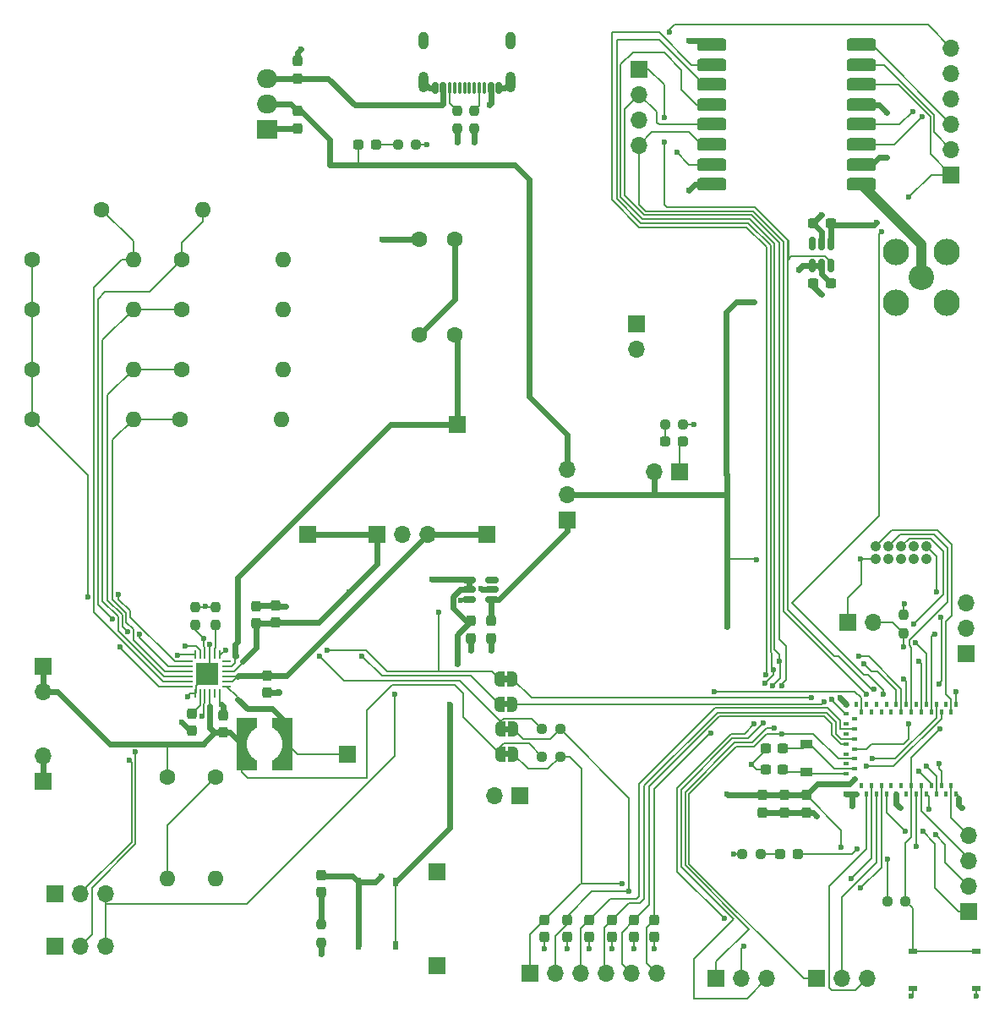
<source format=gtl>
G04 #@! TF.GenerationSoftware,KiCad,Pcbnew,8.0.2-8.0.2-0~ubuntu20.04.1*
G04 #@! TF.CreationDate,2024-05-16T16:26:20-07:00*
G04 #@! TF.ProjectId,cpm_proj,63706d5f-7072-46f6-9a2e-6b696361645f,rev?*
G04 #@! TF.SameCoordinates,Original*
G04 #@! TF.FileFunction,Copper,L1,Top*
G04 #@! TF.FilePolarity,Positive*
%FSLAX46Y46*%
G04 Gerber Fmt 4.6, Leading zero omitted, Abs format (unit mm)*
G04 Created by KiCad (PCBNEW 8.0.2-8.0.2-0~ubuntu20.04.1) date 2024-05-16 16:26:20*
%MOMM*%
%LPD*%
G01*
G04 APERTURE LIST*
G04 Aperture macros list*
%AMRoundRect*
0 Rectangle with rounded corners*
0 $1 Rounding radius*
0 $2 $3 $4 $5 $6 $7 $8 $9 X,Y pos of 4 corners*
0 Add a 4 corners polygon primitive as box body*
4,1,4,$2,$3,$4,$5,$6,$7,$8,$9,$2,$3,0*
0 Add four circle primitives for the rounded corners*
1,1,$1+$1,$2,$3*
1,1,$1+$1,$4,$5*
1,1,$1+$1,$6,$7*
1,1,$1+$1,$8,$9*
0 Add four rect primitives between the rounded corners*
20,1,$1+$1,$2,$3,$4,$5,0*
20,1,$1+$1,$4,$5,$6,$7,0*
20,1,$1+$1,$6,$7,$8,$9,0*
20,1,$1+$1,$8,$9,$2,$3,0*%
%AMFreePoly0*
4,1,19,0.000000,0.744911,0.071157,0.744911,0.207708,0.704816,0.327430,0.627875,0.420627,0.520320,0.479746,0.390866,0.500000,0.250000,0.500000,-0.250000,0.479746,-0.390866,0.420627,-0.520320,0.327430,-0.627875,0.207708,-0.704816,0.071157,-0.744911,0.000000,-0.744911,0.000000,-0.750000,-0.500000,-0.750000,-0.500000,0.750000,0.000000,0.750000,0.000000,0.744911,0.000000,0.744911,
$1*%
%AMFreePoly1*
4,1,19,0.500000,-0.750000,0.000000,-0.750000,0.000000,-0.744911,-0.071157,-0.744911,-0.207708,-0.704816,-0.327430,-0.627875,-0.420627,-0.520320,-0.479746,-0.390866,-0.500000,-0.250000,-0.500000,0.250000,-0.479746,0.390866,-0.420627,0.520320,-0.327430,0.627875,-0.207708,0.704816,-0.071157,0.744911,0.000000,0.744911,0.000000,0.750000,0.500000,0.750000,0.500000,-0.750000,0.500000,-0.750000,
$1*%
%AMFreePoly2*
4,1,18,1.539298,1.666124,1.284085,1.499472,1.010804,1.275196,0.786528,1.001915,0.619876,0.690131,0.517252,0.351826,0.536000,0.000000,0.517252,-0.351826,0.619876,-0.690131,0.786528,-1.001915,1.010804,-1.275196,1.284085,-1.499472,1.539298,-1.666124,1.539298,-2.654300,-0.467302,-2.654300,-0.467302,2.654300,1.539298,2.654300,1.539298,1.666124,1.539298,1.666124,$1*%
%AMFreePoly3*
4,1,18,0.467302,-2.654300,-1.539298,-2.654300,-1.539298,-1.666124,-1.284085,-1.499472,-1.010804,-1.275196,-0.786528,-1.001915,-0.619876,-0.690131,-0.517252,-0.351826,-0.536000,0.000000,-0.517252,0.351826,-0.619876,0.690131,-0.786528,1.001915,-1.010804,1.275196,-1.284085,1.499472,-1.539298,1.666124,-1.539298,2.654300,0.467302,2.654300,0.467302,-2.654300,0.467302,-2.654300,$1*%
G04 Aperture macros list end*
G04 #@! TA.AperFunction,EtchedComponent*
%ADD10C,0.000000*%
G04 #@! TD*
G04 #@! TA.AperFunction,SMDPad,CuDef*
%ADD11RoundRect,0.237500X-0.250000X-0.237500X0.250000X-0.237500X0.250000X0.237500X-0.250000X0.237500X0*%
G04 #@! TD*
G04 #@! TA.AperFunction,SMDPad,CuDef*
%ADD12FreePoly0,0.000000*%
G04 #@! TD*
G04 #@! TA.AperFunction,SMDPad,CuDef*
%ADD13FreePoly1,0.000000*%
G04 #@! TD*
G04 #@! TA.AperFunction,SMDPad,CuDef*
%ADD14RoundRect,0.237500X0.237500X-0.300000X0.237500X0.300000X-0.237500X0.300000X-0.237500X-0.300000X0*%
G04 #@! TD*
G04 #@! TA.AperFunction,ComponentPad*
%ADD15R,1.700000X1.700000*%
G04 #@! TD*
G04 #@! TA.AperFunction,ComponentPad*
%ADD16O,1.700000X1.700000*%
G04 #@! TD*
G04 #@! TA.AperFunction,ComponentPad*
%ADD17C,1.600000*%
G04 #@! TD*
G04 #@! TA.AperFunction,ComponentPad*
%ADD18O,1.600000X1.600000*%
G04 #@! TD*
G04 #@! TA.AperFunction,ComponentPad*
%ADD19O,2.000000X1.905000*%
G04 #@! TD*
G04 #@! TA.AperFunction,ComponentPad*
%ADD20R,2.000000X1.905000*%
G04 #@! TD*
G04 #@! TA.AperFunction,SMDPad,CuDef*
%ADD21RoundRect,0.237500X-0.287500X-0.237500X0.287500X-0.237500X0.287500X0.237500X-0.287500X0.237500X0*%
G04 #@! TD*
G04 #@! TA.AperFunction,SMDPad,CuDef*
%ADD22RoundRect,0.317500X-1.157500X-0.317500X1.157500X-0.317500X1.157500X0.317500X-1.157500X0.317500X0*%
G04 #@! TD*
G04 #@! TA.AperFunction,SMDPad,CuDef*
%ADD23RoundRect,0.150000X-0.150000X0.512500X-0.150000X-0.512500X0.150000X-0.512500X0.150000X0.512500X0*%
G04 #@! TD*
G04 #@! TA.AperFunction,SMDPad,CuDef*
%ADD24RoundRect,0.237500X0.300000X0.237500X-0.300000X0.237500X-0.300000X-0.237500X0.300000X-0.237500X0*%
G04 #@! TD*
G04 #@! TA.AperFunction,SMDPad,CuDef*
%ADD25R,0.558800X0.952500*%
G04 #@! TD*
G04 #@! TA.AperFunction,SMDPad,CuDef*
%ADD26RoundRect,0.237500X0.237500X-0.250000X0.237500X0.250000X-0.237500X0.250000X-0.237500X-0.250000X0*%
G04 #@! TD*
G04 #@! TA.AperFunction,SMDPad,CuDef*
%ADD27FreePoly2,180.000000*%
G04 #@! TD*
G04 #@! TA.AperFunction,SMDPad,CuDef*
%ADD28FreePoly3,180.000000*%
G04 #@! TD*
G04 #@! TA.AperFunction,SMDPad,CuDef*
%ADD29RoundRect,0.237500X0.287500X0.237500X-0.287500X0.237500X-0.287500X-0.237500X0.287500X-0.237500X0*%
G04 #@! TD*
G04 #@! TA.AperFunction,SMDPad,CuDef*
%ADD30RoundRect,0.237500X-0.237500X0.250000X-0.237500X-0.250000X0.237500X-0.250000X0.237500X0.250000X0*%
G04 #@! TD*
G04 #@! TA.AperFunction,SMDPad,CuDef*
%ADD31RoundRect,0.150000X0.512500X0.150000X-0.512500X0.150000X-0.512500X-0.150000X0.512500X-0.150000X0*%
G04 #@! TD*
G04 #@! TA.AperFunction,ComponentPad*
%ADD32C,2.540000*%
G04 #@! TD*
G04 #@! TA.AperFunction,ComponentPad*
%ADD33C,2.640000*%
G04 #@! TD*
G04 #@! TA.AperFunction,SMDPad,CuDef*
%ADD34RoundRect,0.237500X-0.237500X0.300000X-0.237500X-0.300000X0.237500X-0.300000X0.237500X0.300000X0*%
G04 #@! TD*
G04 #@! TA.AperFunction,HeatsinkPad*
%ADD35R,2.300000X2.300000*%
G04 #@! TD*
G04 #@! TA.AperFunction,SMDPad,CuDef*
%ADD36RoundRect,0.062500X-0.062500X-0.375000X0.062500X-0.375000X0.062500X0.375000X-0.062500X0.375000X0*%
G04 #@! TD*
G04 #@! TA.AperFunction,SMDPad,CuDef*
%ADD37RoundRect,0.062500X-0.375000X-0.062500X0.375000X-0.062500X0.375000X0.062500X-0.375000X0.062500X0*%
G04 #@! TD*
G04 #@! TA.AperFunction,SMDPad,CuDef*
%ADD38R,1.295400X0.965200*%
G04 #@! TD*
G04 #@! TA.AperFunction,ComponentPad*
%ADD39C,1.050000*%
G04 #@! TD*
G04 #@! TA.AperFunction,SMDPad,CuDef*
%ADD40R,0.952500X0.558800*%
G04 #@! TD*
G04 #@! TA.AperFunction,ComponentPad*
%ADD41O,1.000000X1.800000*%
G04 #@! TD*
G04 #@! TA.AperFunction,ComponentPad*
%ADD42O,1.000000X2.100000*%
G04 #@! TD*
G04 #@! TA.AperFunction,SMDPad,CuDef*
%ADD43RoundRect,0.075000X0.075000X0.500000X-0.075000X0.500000X-0.075000X-0.500000X0.075000X-0.500000X0*%
G04 #@! TD*
G04 #@! TA.AperFunction,SMDPad,CuDef*
%ADD44RoundRect,0.150000X0.150000X0.425000X-0.150000X0.425000X-0.150000X-0.425000X0.150000X-0.425000X0*%
G04 #@! TD*
G04 #@! TA.AperFunction,SMDPad,CuDef*
%ADD45RoundRect,0.237500X0.237500X-0.287500X0.237500X0.287500X-0.237500X0.287500X-0.237500X-0.287500X0*%
G04 #@! TD*
G04 #@! TA.AperFunction,SMDPad,CuDef*
%ADD46R,0.400000X0.600000*%
G04 #@! TD*
G04 #@! TA.AperFunction,SMDPad,CuDef*
%ADD47R,0.600000X0.600000*%
G04 #@! TD*
G04 #@! TA.AperFunction,SMDPad,CuDef*
%ADD48R,0.600000X0.400000*%
G04 #@! TD*
G04 #@! TA.AperFunction,SMDPad,CuDef*
%ADD49RoundRect,0.237500X0.250000X0.237500X-0.250000X0.237500X-0.250000X-0.237500X0.250000X-0.237500X0*%
G04 #@! TD*
G04 #@! TA.AperFunction,ViaPad*
%ADD50C,0.600000*%
G04 #@! TD*
G04 #@! TA.AperFunction,Conductor*
%ADD51C,0.200000*%
G04 #@! TD*
G04 #@! TA.AperFunction,Conductor*
%ADD52C,0.600000*%
G04 #@! TD*
G04 #@! TA.AperFunction,Conductor*
%ADD53C,1.000000*%
G04 #@! TD*
G04 APERTURE END LIST*
D10*
G04 #@! TA.AperFunction,EtchedComponent*
G36*
X113250000Y-112800000D02*
G01*
X112750000Y-112800000D01*
X112750000Y-112200000D01*
X113250000Y-112200000D01*
X113250000Y-112800000D01*
G37*
G04 #@! TD.AperFunction*
G04 #@! TA.AperFunction,EtchedComponent*
G36*
X113250000Y-115300000D02*
G01*
X112750000Y-115300000D01*
X112750000Y-114700000D01*
X113250000Y-114700000D01*
X113250000Y-115300000D01*
G37*
G04 #@! TD.AperFunction*
G04 #@! TA.AperFunction,EtchedComponent*
G36*
X113150000Y-110300000D02*
G01*
X112650000Y-110300000D01*
X112650000Y-109700000D01*
X113150000Y-109700000D01*
X113150000Y-110300000D01*
G37*
G04 #@! TD.AperFunction*
G04 #@! TA.AperFunction,EtchedComponent*
G36*
X113150000Y-107800000D02*
G01*
X112650000Y-107800000D01*
X112650000Y-107200000D01*
X113150000Y-107200000D01*
X113150000Y-107800000D01*
G37*
G04 #@! TD.AperFunction*
D11*
X116500000Y-112500000D03*
X118325000Y-112500000D03*
X116500000Y-115250000D03*
X118325000Y-115250000D03*
D12*
X113650000Y-112500000D03*
D13*
X112350000Y-112500000D03*
D14*
X121250000Y-133362500D03*
X121250000Y-131637500D03*
D15*
X119000000Y-91540000D03*
D16*
X119000000Y-89000000D03*
X119000000Y-86460000D03*
D15*
X157500000Y-57000000D03*
D16*
X157500000Y-54460000D03*
X157500000Y-51920000D03*
X157500000Y-49380000D03*
X157500000Y-46840000D03*
X157500000Y-44300000D03*
D17*
X65420000Y-81500000D03*
D18*
X75580000Y-81500000D03*
D17*
X65420000Y-65500000D03*
D18*
X75580000Y-65500000D03*
D17*
X65420000Y-70500000D03*
D18*
X75580000Y-70500000D03*
D11*
X151087500Y-129750000D03*
X152912500Y-129750000D03*
D14*
X119000000Y-133362500D03*
X119000000Y-131637500D03*
D17*
X80230000Y-81500000D03*
D18*
X90390000Y-81500000D03*
D14*
X89800000Y-101862500D03*
X89800000Y-100137500D03*
D17*
X107750000Y-73000000D03*
X104250000Y-73000000D03*
D15*
X147125000Y-101800000D03*
D16*
X149665000Y-101800000D03*
D19*
X89000000Y-47420000D03*
X89000000Y-49960000D03*
D20*
X89000000Y-52500000D03*
D15*
X106000000Y-126800000D03*
X143975000Y-137500000D03*
D16*
X146515000Y-137500000D03*
X149055000Y-137500000D03*
D17*
X65420000Y-76500000D03*
D18*
X75580000Y-76500000D03*
D21*
X128875000Y-83750000D03*
X130625000Y-83750000D03*
D15*
X159250000Y-130750000D03*
D16*
X159250000Y-128210000D03*
X159250000Y-125670000D03*
X159250000Y-123130000D03*
D17*
X107750000Y-63450000D03*
X104250000Y-63450000D03*
D22*
X133475000Y-44000000D03*
X133475000Y-46000000D03*
X133475000Y-48000000D03*
X133475000Y-50000000D03*
X133475000Y-52000000D03*
X133475000Y-54000000D03*
X133475000Y-56000000D03*
X133475000Y-58000000D03*
X148525000Y-58000000D03*
X148525000Y-56000000D03*
X148525000Y-54000000D03*
X148525000Y-52000000D03*
X148525000Y-50000000D03*
X148525000Y-48000000D03*
X148525000Y-46000000D03*
X148525000Y-44000000D03*
D17*
X79000000Y-117320000D03*
D18*
X79000000Y-127480000D03*
D23*
X145450000Y-63862500D03*
X144500000Y-63862500D03*
X143550000Y-63862500D03*
X143550000Y-66137500D03*
X144500000Y-66137500D03*
X145450000Y-66137500D03*
D24*
X145412500Y-67862500D03*
X143687500Y-67862500D03*
D25*
X101854200Y-127818650D03*
X101854200Y-134181350D03*
X98145800Y-127818650D03*
X98145800Y-134181350D03*
D14*
X123500000Y-133362500D03*
X123500000Y-131637500D03*
D17*
X80420000Y-70500000D03*
D18*
X90580000Y-70500000D03*
D17*
X80420000Y-65500000D03*
D18*
X90580000Y-65500000D03*
D15*
X114275000Y-119200000D03*
D16*
X111735000Y-119200000D03*
D24*
X145412500Y-61862500D03*
X143687500Y-61862500D03*
D26*
X83800000Y-102112500D03*
X83800000Y-100287500D03*
D14*
X84600000Y-112862500D03*
X84600000Y-111137500D03*
D13*
X112350000Y-115000000D03*
D12*
X113650000Y-115000000D03*
D27*
X91000000Y-114000000D03*
D28*
X86428000Y-114000000D03*
D26*
X152750000Y-102912500D03*
X152750000Y-101087500D03*
D29*
X99875000Y-54000000D03*
X98125000Y-54000000D03*
D15*
X66500000Y-106225000D03*
D16*
X66500000Y-108765000D03*
D15*
X66500000Y-117775000D03*
D16*
X66500000Y-115235000D03*
D30*
X108000000Y-50587500D03*
X108000000Y-52412500D03*
D15*
X133975000Y-137500000D03*
D16*
X136515000Y-137500000D03*
X139055000Y-137500000D03*
D17*
X83800000Y-117320000D03*
D18*
X83800000Y-127480000D03*
D31*
X111525000Y-99500000D03*
X111525000Y-98550000D03*
X111525000Y-97600000D03*
X109250000Y-97600000D03*
X109250000Y-98550000D03*
X109250000Y-99500000D03*
D15*
X93000000Y-93000000D03*
X67725000Y-129000000D03*
D16*
X70265000Y-129000000D03*
X72805000Y-129000000D03*
D14*
X81400000Y-112662500D03*
X81400000Y-110937500D03*
D15*
X97000000Y-115000000D03*
D24*
X140662500Y-114400000D03*
X138937500Y-114400000D03*
D32*
X154500000Y-67250000D03*
D33*
X151960000Y-64710000D03*
X151960000Y-69790000D03*
X157040000Y-64710000D03*
X157040000Y-69790000D03*
D14*
X92000000Y-47362500D03*
X92000000Y-45637500D03*
D13*
X112250000Y-110000000D03*
D12*
X113550000Y-110000000D03*
D15*
X126000000Y-71925000D03*
D16*
X126000000Y-74465000D03*
D15*
X106000000Y-136200000D03*
D24*
X140662500Y-116600000D03*
X138937500Y-116600000D03*
D34*
X89000000Y-107137500D03*
X89000000Y-108862500D03*
D30*
X94400000Y-132087500D03*
X94400000Y-133912500D03*
D14*
X116750000Y-133362500D03*
X116750000Y-131637500D03*
D34*
X143000000Y-119137500D03*
X143000000Y-120862500D03*
D17*
X72420000Y-60500000D03*
D18*
X82580000Y-60500000D03*
D21*
X140375000Y-125000000D03*
X142125000Y-125000000D03*
D15*
X115300000Y-137000000D03*
D16*
X117840000Y-137000000D03*
X120380000Y-137000000D03*
X122920000Y-137000000D03*
X125460000Y-137000000D03*
X128000000Y-137000000D03*
D35*
X83000000Y-107000000D03*
D36*
X81750000Y-105062500D03*
X82250000Y-105062500D03*
X82750000Y-105062500D03*
X83250000Y-105062500D03*
X83750000Y-105062500D03*
X84250000Y-105062500D03*
D37*
X84937500Y-105750000D03*
X84937500Y-106250000D03*
X84937500Y-106750000D03*
X84937500Y-107250000D03*
X84937500Y-107750000D03*
X84937500Y-108250000D03*
D36*
X84250000Y-108937500D03*
X83750000Y-108937500D03*
X83250000Y-108937500D03*
X82750000Y-108937500D03*
X82250000Y-108937500D03*
X81750000Y-108937500D03*
D37*
X81062500Y-108250000D03*
X81062500Y-107750000D03*
X81062500Y-107250000D03*
X81062500Y-106750000D03*
X81062500Y-106250000D03*
X81062500Y-105750000D03*
D38*
X143000000Y-116771600D03*
X143000000Y-114028400D03*
D11*
X102087500Y-54000000D03*
X103912500Y-54000000D03*
D30*
X109750000Y-50587500D03*
X109750000Y-52412500D03*
D26*
X81800000Y-102112500D03*
X81800000Y-100287500D03*
D34*
X140800000Y-119137500D03*
X140800000Y-120862500D03*
X138600000Y-119137500D03*
X138600000Y-120862500D03*
D15*
X130275000Y-86750000D03*
D16*
X127735000Y-86750000D03*
D15*
X111000000Y-93000000D03*
D39*
X149920000Y-95500000D03*
X149920000Y-94230000D03*
X151190000Y-95500000D03*
X151190000Y-94230000D03*
X152460000Y-95500000D03*
X152460000Y-94230000D03*
X153730000Y-95500000D03*
X153730000Y-94230000D03*
X155000000Y-95500000D03*
X155000000Y-94230000D03*
D13*
X112250000Y-107500000D03*
D12*
X113550000Y-107500000D03*
D11*
X128837500Y-82000000D03*
X130662500Y-82000000D03*
D15*
X67725000Y-134250000D03*
D16*
X70265000Y-134250000D03*
X72805000Y-134250000D03*
D40*
X153637300Y-134791600D03*
X160000000Y-134791600D03*
X153637300Y-138500000D03*
X160000000Y-138500000D03*
D14*
X127750000Y-133362500D03*
X127750000Y-131637500D03*
D17*
X80420000Y-76500000D03*
D18*
X90580000Y-76500000D03*
D41*
X104680000Y-43585000D03*
D42*
X104680000Y-47765000D03*
D41*
X113320000Y-43585000D03*
D42*
X113320000Y-47765000D03*
D43*
X110750000Y-48340000D03*
X109750000Y-48340000D03*
X108250000Y-48340000D03*
X107250000Y-48340000D03*
D44*
X105800000Y-48340000D03*
X106600000Y-48340000D03*
D43*
X107750000Y-48340000D03*
X108750000Y-48340000D03*
X109250000Y-48340000D03*
X110250000Y-48340000D03*
D44*
X111400000Y-48340000D03*
X112200000Y-48340000D03*
D45*
X94400000Y-128875000D03*
X94400000Y-127125000D03*
D15*
X159000000Y-105000000D03*
D16*
X159000000Y-102460000D03*
X159000000Y-99920000D03*
D15*
X100000000Y-93000000D03*
D16*
X102540000Y-93000000D03*
X105080000Y-93000000D03*
D46*
X158000000Y-110000000D03*
X157500000Y-110800000D03*
X157000000Y-110000000D03*
X156500000Y-110800000D03*
X156000000Y-110000000D03*
X155500000Y-110800000D03*
X155000000Y-110000000D03*
X154500000Y-110800000D03*
X154000000Y-110000000D03*
X153500000Y-110800000D03*
X153000000Y-110000000D03*
X152500000Y-110800000D03*
X152000000Y-110000000D03*
X151500000Y-110800000D03*
X151000000Y-110000000D03*
X150500000Y-110800000D03*
X150000000Y-110000000D03*
X149500000Y-110800000D03*
X149000000Y-110000000D03*
X148500000Y-110800000D03*
X148000000Y-110000000D03*
D47*
X147000000Y-110000000D03*
D48*
X147000000Y-111000000D03*
X147800000Y-111500000D03*
X147000000Y-112000000D03*
X147800000Y-112500000D03*
X147000000Y-113000000D03*
X147800000Y-113500000D03*
X147000000Y-114000000D03*
X147800000Y-114500000D03*
X147000000Y-115000000D03*
X147800000Y-115500000D03*
X147000000Y-116000000D03*
X147800000Y-116500000D03*
X147000000Y-117000000D03*
X147800000Y-117500000D03*
X147000000Y-118000000D03*
D47*
X147000000Y-119000000D03*
D46*
X148000000Y-119000000D03*
X148500000Y-118200000D03*
X149000000Y-119000000D03*
X149500000Y-118200000D03*
X150000000Y-119000000D03*
X150500000Y-118200000D03*
X151000000Y-119000000D03*
X151500000Y-118200000D03*
X152000000Y-119000000D03*
X152500000Y-118200000D03*
X153000000Y-119000000D03*
X153500000Y-118200000D03*
X154000000Y-119000000D03*
X154500000Y-118200000D03*
X155000000Y-119000000D03*
X155500000Y-118200000D03*
X156000000Y-119000000D03*
X156500000Y-118200000D03*
X157000000Y-119000000D03*
X157500000Y-118200000D03*
X158000000Y-119000000D03*
D34*
X111387500Y-101687500D03*
X111387500Y-103412500D03*
D15*
X126250000Y-46420000D03*
D16*
X126250000Y-48960000D03*
X126250000Y-51500000D03*
X126250000Y-54040000D03*
D15*
X108000000Y-82000000D03*
D34*
X92000000Y-50637500D03*
X92000000Y-52362500D03*
D14*
X125750000Y-133362500D03*
X125750000Y-131637500D03*
D49*
X138412500Y-125000000D03*
X136587500Y-125000000D03*
D14*
X87850000Y-101912500D03*
X87850000Y-100187500D03*
D34*
X109387500Y-101687500D03*
X109387500Y-103412500D03*
D50*
X85919053Y-105199999D03*
X94200000Y-105200000D03*
X97200000Y-98800000D03*
X101800000Y-109000018D03*
X109750000Y-53750000D03*
X90800000Y-100200000D03*
X92400000Y-44400000D03*
X100500000Y-63500000D03*
X90200000Y-108800000D03*
X82800000Y-100200000D03*
X94400000Y-135000000D03*
X108000000Y-53750000D03*
X131750000Y-82000000D03*
X81000000Y-109250000D03*
X111400000Y-104600000D03*
X80400000Y-111800000D03*
X83250000Y-104000000D03*
X105000000Y-54000000D03*
X84400000Y-110000000D03*
X110412499Y-98443597D03*
X109400000Y-104600000D03*
X135000000Y-119000004D03*
X137750000Y-69750000D03*
X142250000Y-66500000D03*
X146500008Y-124346008D03*
X148400000Y-95500000D03*
X151100000Y-125500000D03*
X135000000Y-102250000D03*
X138000000Y-95600000D03*
X155904000Y-103037552D03*
X152750000Y-107500000D03*
X154250000Y-105750000D03*
X155250000Y-120500000D03*
X155907842Y-123092158D03*
X152900000Y-122750000D03*
X154654000Y-122750000D03*
X133424265Y-112924265D03*
X133750000Y-108750000D03*
X124500000Y-128000000D03*
X147444371Y-127480525D03*
X125250000Y-128750000D03*
X148423845Y-128423845D03*
X144500000Y-69000000D03*
X144500000Y-61000000D03*
X131200000Y-43600000D03*
X151000000Y-55250000D03*
X131200000Y-58600000D03*
X137749563Y-111999563D03*
X134750000Y-131500000D03*
X145500000Y-109500000D03*
X136750000Y-134250000D03*
X138890662Y-107040662D03*
X148750000Y-106000000D03*
X138823883Y-107955971D03*
X138686705Y-111910951D03*
X139719615Y-106550000D03*
X139600000Y-108150000D03*
X148250000Y-105250000D03*
X139750000Y-112400000D03*
X140324696Y-105750000D03*
X140500000Y-108150000D03*
X140500000Y-113000000D03*
X144751472Y-109800000D03*
X149600000Y-115500000D03*
X156414435Y-112476147D03*
X156250000Y-108000000D03*
X156440800Y-101346000D03*
X156000000Y-98750000D03*
X74100000Y-99000000D03*
X71000000Y-99250000D03*
X82450000Y-111200000D03*
X74233627Y-104266371D03*
X73480000Y-101500000D03*
X76180000Y-103028528D03*
X74980000Y-102750000D03*
X149000000Y-116250000D03*
X143500000Y-109400000D03*
X150673531Y-109000000D03*
X153250000Y-59250000D03*
X156250000Y-116000000D03*
X150500006Y-62750000D03*
X128750000Y-51250000D03*
X149750000Y-108500000D03*
X128750000Y-53750000D03*
X155000000Y-116250000D03*
X153250000Y-112000000D03*
X153750000Y-102000000D03*
X84800000Y-104600000D03*
X95000000Y-104600000D03*
X108400000Y-99600000D03*
X106200000Y-100800000D03*
X98500735Y-105200000D03*
X82600000Y-103400000D03*
X100400000Y-127200000D03*
X137499391Y-116066777D03*
X152800000Y-100000000D03*
X147600000Y-120200000D03*
X116750000Y-134500000D03*
X119000000Y-134500000D03*
X158600000Y-120400000D03*
X146400000Y-109400000D03*
X144000000Y-121200000D03*
X127750000Y-134500000D03*
X152400000Y-120400000D03*
X160000000Y-139250000D03*
X121250000Y-134500000D03*
X158000000Y-108800000D03*
X123500000Y-134500000D03*
X135750000Y-125000000D03*
X125750000Y-134500000D03*
X153500000Y-139250000D03*
X105500000Y-97500000D03*
X107250000Y-109999992D03*
X108000000Y-106000000D03*
X106500000Y-50000000D03*
X111250000Y-50000000D03*
X148096004Y-124500000D03*
X154000000Y-124250000D03*
X149000000Y-109000000D03*
X154250000Y-116750000D03*
X154592892Y-51207108D03*
X153670000Y-50670000D03*
X129250000Y-42750000D03*
X130000000Y-54750000D03*
X149999984Y-61750000D03*
X151000000Y-50750000D03*
X75800000Y-114800000D03*
X80024265Y-105150000D03*
X75200000Y-115600000D03*
X80800000Y-104200000D03*
X153945131Y-103879972D03*
X152692000Y-104250000D03*
D51*
X74448630Y-65500000D02*
X71654000Y-68294630D01*
X78565785Y-107750000D02*
X81062500Y-107750000D01*
X73480000Y-101500000D02*
X72054000Y-100074000D01*
X72750000Y-68750000D02*
X77170000Y-68750000D01*
X75580000Y-65500000D02*
X74448630Y-65500000D01*
X72054000Y-100074000D02*
X72054000Y-69446000D01*
X72054000Y-69446000D02*
X72750000Y-68750000D01*
X71654000Y-100838215D02*
X78565785Y-107750000D01*
X65420000Y-81500000D02*
X71000000Y-87080000D01*
X71000000Y-87080000D02*
X71000000Y-99250000D01*
X77170000Y-68750000D02*
X80420000Y-65500000D01*
X71654000Y-68294630D02*
X71654000Y-100838215D01*
X138890662Y-107040662D02*
X139000000Y-106931324D01*
X123500000Y-59500000D02*
X123500000Y-42750000D01*
X139000000Y-106931324D02*
X139000000Y-64250000D01*
X123500000Y-42750000D02*
X128250000Y-42750000D01*
X139000000Y-64250000D02*
X137000000Y-62250000D01*
X137000000Y-62250000D02*
X126250000Y-62250000D01*
X126250000Y-62250000D02*
X123500000Y-59500000D01*
X128250000Y-42750000D02*
X131500000Y-46000000D01*
X131500000Y-46000000D02*
X133475000Y-46000000D01*
X140750000Y-63737256D02*
X137662744Y-60650000D01*
X126250000Y-59987256D02*
X126250000Y-54040000D01*
X137165686Y-61850000D02*
X126415686Y-61850000D01*
X126912744Y-60650000D02*
X126250000Y-59987256D01*
X140250000Y-63802942D02*
X137497058Y-61050000D01*
X137662744Y-60650000D02*
X126912744Y-60650000D01*
X124800000Y-50410000D02*
X126250000Y-48960000D01*
X149000000Y-109000000D02*
X140750000Y-100750000D01*
X140750000Y-100750000D02*
X140750000Y-63737256D01*
X139719615Y-106550000D02*
X139519617Y-106550000D01*
X124400000Y-45970000D02*
X124400000Y-59268628D01*
X139519616Y-104919616D02*
X139400000Y-104800000D01*
X133475000Y-50000000D02*
X132000000Y-50000000D01*
X137497058Y-61050000D02*
X126747058Y-61050000D01*
X130500000Y-46500000D02*
X128750000Y-44750000D01*
X124800000Y-59102942D02*
X124800000Y-50410000D01*
X139519617Y-106550000D02*
X139519616Y-106550001D01*
X124400000Y-59268628D02*
X126581372Y-61450000D01*
X124000000Y-59434314D02*
X124000000Y-43500000D01*
X140324696Y-105074696D02*
X140324696Y-105750000D01*
X130500000Y-48500000D02*
X130500000Y-46500000D01*
X126747058Y-61050000D02*
X124800000Y-59102942D01*
X140250000Y-103500000D02*
X140250000Y-63802942D01*
X124000000Y-43500000D02*
X128250000Y-43500000D01*
X140500000Y-108000000D02*
X140924696Y-107575304D01*
X125620000Y-44750000D02*
X124400000Y-45970000D01*
X140924696Y-104174696D02*
X140250000Y-103500000D01*
X140924696Y-107575304D02*
X140924696Y-104174696D01*
X139800000Y-104550000D02*
X140324696Y-105074696D01*
X132000000Y-50000000D02*
X130500000Y-48500000D01*
X137331372Y-61450000D02*
X139800000Y-63918628D01*
X140500000Y-108150000D02*
X140500000Y-108000000D01*
X139800000Y-63918628D02*
X139800000Y-104550000D01*
X126581372Y-61450000D02*
X137331372Y-61450000D01*
X128750000Y-44750000D02*
X125620000Y-44750000D01*
X139400000Y-104800000D02*
X139400000Y-64084314D01*
X139519616Y-106550001D02*
X139519616Y-104919616D01*
X139400000Y-64084314D02*
X137165686Y-61850000D01*
X126415686Y-61850000D02*
X124000000Y-59434314D01*
X128250000Y-43500000D02*
X132750000Y-48000000D01*
D52*
X149749984Y-62000000D02*
X149999984Y-61750000D01*
X145550000Y-62000000D02*
X149749984Y-62000000D01*
D51*
X141550000Y-99875104D02*
X150250000Y-91175104D01*
X150250000Y-91175104D02*
X150250000Y-63000006D01*
X149194529Y-107096000D02*
X148770896Y-107096000D01*
X150673531Y-109000000D02*
X150673531Y-108575002D01*
X148770896Y-107096000D02*
X141550000Y-99875104D01*
X150250000Y-63000006D02*
X150500006Y-62750000D01*
X150673531Y-108575002D02*
X149194529Y-107096000D01*
X157500000Y-57000000D02*
X155500000Y-57000000D01*
X155500000Y-57000000D02*
X153250000Y-59250000D01*
D53*
X148525000Y-58000000D02*
X154500000Y-63975000D01*
X154500000Y-63975000D02*
X154500000Y-67250000D01*
D52*
X150250000Y-55250000D02*
X151000000Y-55250000D01*
X149500000Y-56000000D02*
X150250000Y-55250000D01*
X66500000Y-115235000D02*
X66500000Y-117775000D01*
D51*
X118325000Y-112500000D02*
X125250000Y-119425000D01*
X125250000Y-119425000D02*
X125250000Y-128750000D01*
X113650000Y-115000000D02*
X115150000Y-116500000D01*
X115150000Y-116500000D02*
X117075000Y-116500000D01*
X117075000Y-116500000D02*
X118325000Y-115250000D01*
X113650000Y-112500000D02*
X114650000Y-113500000D01*
X114650000Y-113500000D02*
X117325000Y-113500000D01*
X117325000Y-113500000D02*
X118325000Y-112500000D01*
X112350000Y-111745000D02*
X112650000Y-111445000D01*
X112650000Y-111445000D02*
X115445000Y-111445000D01*
X115445000Y-111445000D02*
X116500000Y-112500000D01*
X112350000Y-112500000D02*
X112350000Y-111745000D01*
X120500000Y-128000000D02*
X120500000Y-116500000D01*
X118325000Y-115250000D02*
X119250000Y-115250000D01*
X119250000Y-115250000D02*
X120500000Y-116500000D01*
X112350000Y-115000000D02*
X112350000Y-114245000D01*
X112350000Y-114245000D02*
X112650000Y-113945000D01*
X112650000Y-113945000D02*
X115195000Y-113945000D01*
X115195000Y-113945000D02*
X116500000Y-115250000D01*
X108654000Y-111304000D02*
X112350000Y-115000000D01*
D52*
X107250000Y-122422850D02*
X107250000Y-109999992D01*
D51*
X99000000Y-117400000D02*
X99000000Y-110625104D01*
X107770896Y-108096000D02*
X108654000Y-108979104D01*
X108301000Y-107696000D02*
X112350000Y-111745000D01*
X94200000Y-105200000D02*
X96696000Y-107696000D01*
X87000000Y-117400000D02*
X99000000Y-117400000D01*
X86428000Y-116828000D02*
X87000000Y-117400000D01*
X101529104Y-108096000D02*
X107770896Y-108096000D01*
X96696000Y-107696000D02*
X108301000Y-107696000D01*
X99000000Y-110625104D02*
X101529104Y-108096000D01*
D52*
X101854200Y-127818650D02*
X107250000Y-122422850D01*
D51*
X108654000Y-108979104D02*
X108654000Y-111304000D01*
X86428000Y-114000000D02*
X86428000Y-116828000D01*
X101800000Y-115165686D02*
X101800000Y-109000018D01*
X72805000Y-130000000D02*
X86965686Y-130000000D01*
X86965686Y-130000000D02*
X101800000Y-115165686D01*
X85750000Y-105250000D02*
X85869052Y-105250000D01*
X85869052Y-105250000D02*
X85919053Y-105199999D01*
D52*
X100000000Y-96000000D02*
X100000000Y-93000000D01*
X86500000Y-105750000D02*
X87850000Y-104400000D01*
X89800000Y-101862500D02*
X94137500Y-101862500D01*
X87850000Y-104400000D02*
X87850000Y-101912500D01*
D51*
X86500000Y-105750000D02*
X86500000Y-105901472D01*
X72805000Y-130000000D02*
X72805000Y-129000000D01*
X72805000Y-134250000D02*
X72805000Y-130000000D01*
X85651472Y-106750000D02*
X86500000Y-105901472D01*
D52*
X87850000Y-101912500D02*
X89750000Y-101912500D01*
X94137500Y-101862500D02*
X100000000Y-96000000D01*
X100000000Y-93000000D02*
X93000000Y-93000000D01*
D51*
X84937500Y-106750000D02*
X85651472Y-106750000D01*
D52*
X111387500Y-103412500D02*
X111387500Y-104587500D01*
X89000000Y-108862500D02*
X90137500Y-108862500D01*
X105255000Y-48340000D02*
X104680000Y-47765000D01*
X92000000Y-52362500D02*
X89137500Y-52362500D01*
X84600000Y-111137500D02*
X84600000Y-110200000D01*
X92000000Y-44800000D02*
X92000000Y-45637500D01*
X81262500Y-112662500D02*
X81400000Y-112662500D01*
X80400000Y-111800000D02*
X81262500Y-112662500D01*
X90800000Y-100200000D02*
X89862500Y-100200000D01*
D51*
X83250000Y-105062500D02*
X83250000Y-104000000D01*
D52*
X90137500Y-108862500D02*
X90200000Y-108800000D01*
D51*
X83250000Y-105062500D02*
X83250000Y-106750000D01*
X81800000Y-100287500D02*
X82712500Y-100287500D01*
X81312500Y-108937500D02*
X81000000Y-109250000D01*
D52*
X84600000Y-110200000D02*
X84400000Y-110000000D01*
D51*
X84250000Y-108937500D02*
X84250000Y-109850000D01*
D52*
X112200000Y-48340000D02*
X112745000Y-48340000D01*
X94400000Y-133912500D02*
X94400000Y-135000000D01*
D51*
X81750000Y-108937500D02*
X81312500Y-108937500D01*
D52*
X89800000Y-100137500D02*
X87900000Y-100137500D01*
D51*
X82712500Y-100287500D02*
X82800000Y-100200000D01*
D52*
X104250000Y-63450000D02*
X100550000Y-63450000D01*
D51*
X81825000Y-108175000D02*
X83000000Y-107000000D01*
D52*
X109387500Y-104587500D02*
X109400000Y-104600000D01*
D51*
X130662500Y-82000000D02*
X131750000Y-82000000D01*
X83800000Y-100287500D02*
X82887500Y-100287500D01*
D52*
X105800000Y-48340000D02*
X105255000Y-48340000D01*
D51*
X82887500Y-100287500D02*
X82800000Y-100200000D01*
X103912500Y-54000000D02*
X105000000Y-54000000D01*
X81825000Y-108862500D02*
X81825000Y-108175000D01*
D52*
X111387500Y-104587500D02*
X111400000Y-104600000D01*
D51*
X84250000Y-109850000D02*
X84400000Y-110000000D01*
D52*
X110518902Y-98550000D02*
X111525000Y-98550000D01*
X112745000Y-48340000D02*
X113320000Y-47765000D01*
X108000000Y-52412500D02*
X108000000Y-53750000D01*
D51*
X81750000Y-108937500D02*
X81825000Y-108862500D01*
D52*
X110412499Y-98443597D02*
X110518902Y-98550000D01*
X92400000Y-44400000D02*
X92000000Y-44800000D01*
X100550000Y-63450000D02*
X100500000Y-63500000D01*
X109387500Y-103412500D02*
X109387500Y-104587500D01*
X109750000Y-52412500D02*
X109750000Y-53750000D01*
D51*
X82250000Y-108937500D02*
X82250000Y-110087500D01*
X82250000Y-110087500D02*
X81400000Y-110937500D01*
D52*
X147000000Y-118000000D02*
X147300000Y-118000000D01*
X142612500Y-66137500D02*
X142250000Y-66500000D01*
X119000000Y-89000000D02*
X127750000Y-89000000D01*
X135950000Y-69750000D02*
X137750000Y-69750000D01*
X144500000Y-66950000D02*
X144500000Y-66137500D01*
D51*
X143000000Y-119137500D02*
X146500008Y-122637508D01*
X148500000Y-95600000D02*
X148500000Y-98000000D01*
D52*
X140500000Y-119137500D02*
X141000000Y-119137500D01*
X139000000Y-119137500D02*
X135137496Y-119137500D01*
X143550000Y-66137500D02*
X144500000Y-66137500D01*
D51*
X146500008Y-122637508D02*
X146500008Y-124346008D01*
X151087500Y-125512500D02*
X151087500Y-129750000D01*
X148400000Y-95500000D02*
X149920000Y-95500000D01*
X148500000Y-98000000D02*
X147125000Y-99375000D01*
D52*
X147300000Y-118000000D02*
X147800000Y-117500000D01*
X135000000Y-87000000D02*
X135000000Y-89250000D01*
X134975000Y-70725000D02*
X134975000Y-86975000D01*
X140500000Y-119137500D02*
X143000000Y-119137500D01*
X135000000Y-95500000D02*
X135000000Y-102250000D01*
X127750000Y-89000000D02*
X127735000Y-88985000D01*
X134750000Y-89000000D02*
X135000000Y-89250000D01*
X134975000Y-86975000D02*
X135000000Y-87000000D01*
D51*
X137900000Y-95500000D02*
X138000000Y-95600000D01*
D52*
X139000000Y-119137500D02*
X140500000Y-119137500D01*
X134975000Y-70725000D02*
X135950000Y-69750000D01*
X144137500Y-118000000D02*
X147000000Y-118000000D01*
D51*
X151100000Y-125500000D02*
X151087500Y-125512500D01*
D52*
X135137496Y-119137500D02*
X135000000Y-119000004D01*
X143000000Y-119137500D02*
X144137500Y-118000000D01*
X127735000Y-88985000D02*
X127735000Y-86750000D01*
X145412500Y-67862500D02*
X144500000Y-66950000D01*
X135000000Y-89250000D02*
X135000000Y-95500000D01*
D51*
X148400000Y-95500000D02*
X148500000Y-95600000D01*
X135000000Y-95500000D02*
X137900000Y-95500000D01*
D52*
X143550000Y-66137500D02*
X142612500Y-66137500D01*
X127750000Y-89000000D02*
X134750000Y-89000000D01*
D51*
X147125000Y-99375000D02*
X147125000Y-101800000D01*
X142628400Y-114400000D02*
X140662500Y-114400000D01*
X147800000Y-116500000D02*
X145828922Y-116500000D01*
X145828922Y-116500000D02*
X143357322Y-114028400D01*
X143000000Y-116771600D02*
X140834100Y-116771600D01*
X147000000Y-117000000D02*
X143228400Y-117000000D01*
X155500000Y-103250000D02*
X155712448Y-103037552D01*
X155712448Y-103037552D02*
X155904000Y-103037552D01*
X155500000Y-110800000D02*
X155500000Y-103250000D01*
X153000000Y-107750000D02*
X152750000Y-107500000D01*
X153000000Y-110000000D02*
X153000000Y-107750000D01*
X154500000Y-106000000D02*
X154250000Y-105750000D01*
X154500000Y-110800000D02*
X154500000Y-106000000D01*
X157500000Y-121380000D02*
X159250000Y-123130000D01*
X157500000Y-118200000D02*
X157500000Y-121380000D01*
X154500000Y-118200000D02*
X154500000Y-120717969D01*
X154500000Y-120717969D02*
X159250000Y-125467969D01*
X155250000Y-120500000D02*
X155250000Y-119250000D01*
X156900000Y-125860000D02*
X159250000Y-128210000D01*
X155250000Y-119250000D02*
X155000000Y-119000000D01*
X155907842Y-123092158D02*
X155907843Y-123092158D01*
X156900000Y-124084315D02*
X156900000Y-125860000D01*
X155907843Y-123092158D02*
X156900000Y-124084315D01*
X159250000Y-130750000D02*
X158200000Y-130750000D01*
X151000000Y-120850000D02*
X151000000Y-119000000D01*
X158200000Y-130750000D02*
X155904000Y-128454000D01*
X155904000Y-128454000D02*
X155904000Y-124000000D01*
X152900000Y-122750000D02*
X151000000Y-120850000D01*
X155904000Y-124000000D02*
X154654000Y-122750000D01*
X122725000Y-132412500D02*
X122725000Y-136805000D01*
X134084315Y-110850000D02*
X126750000Y-118184315D01*
X126306250Y-129943750D02*
X125193750Y-129943750D01*
X147800000Y-113500000D02*
X146500000Y-113500000D01*
X145034314Y-110850000D02*
X134084315Y-110850000D01*
X146000000Y-111815686D02*
X145034314Y-110850000D01*
X126750000Y-118184315D02*
X126750000Y-129500000D01*
X123500000Y-131637500D02*
X122725000Y-132412500D01*
X146500000Y-113500000D02*
X146000000Y-113000000D01*
X146000000Y-113000000D02*
X146000000Y-111815686D01*
X125193750Y-129943750D02*
X123500000Y-131637500D01*
X126750000Y-129500000D02*
X126306250Y-129943750D01*
X133750000Y-108750000D02*
X147850000Y-108750000D01*
X148500000Y-109400000D02*
X148500000Y-110800000D01*
X133424265Y-112924265D02*
X133325735Y-112924265D01*
X147850000Y-108750000D02*
X148500000Y-109400000D01*
X127750000Y-118500000D02*
X127750000Y-131637500D01*
X126975000Y-135975000D02*
X128000000Y-137000000D01*
X133325735Y-112924265D02*
X127750000Y-118500000D01*
X127750000Y-131637500D02*
X126975000Y-132412500D01*
X126975000Y-132412500D02*
X126975000Y-135975000D01*
X127250000Y-118250000D02*
X127250000Y-130137500D01*
X145500000Y-112000000D02*
X144750000Y-111250000D01*
X147000000Y-114000000D02*
X146434315Y-114000000D01*
X124500000Y-132887500D02*
X124500000Y-136040000D01*
X145500000Y-113065685D02*
X145500000Y-112000000D01*
X144750000Y-111250000D02*
X134250000Y-111250000D01*
X134250000Y-111250000D02*
X127250000Y-118250000D01*
X146434315Y-114000000D02*
X145500000Y-113065685D01*
X125750000Y-131637500D02*
X124500000Y-132887500D01*
X124500000Y-136040000D02*
X125460000Y-137000000D01*
X125750000Y-131637500D02*
X127250000Y-130137500D01*
X120380000Y-132507500D02*
X120380000Y-137000000D01*
X126250000Y-118000000D02*
X126250000Y-129250000D01*
X147800000Y-112500000D02*
X146400000Y-112500000D01*
X126000000Y-129500000D02*
X123387500Y-129500000D01*
X121250000Y-131637500D02*
X120380000Y-132507500D01*
X146400000Y-112500000D02*
X146400000Y-111650000D01*
X146400000Y-111650000D02*
X145150000Y-110400000D01*
X126250000Y-129250000D02*
X126000000Y-129500000D01*
X145150000Y-110400000D02*
X133850000Y-110400000D01*
X123387500Y-129500000D02*
X121250000Y-131637500D01*
X133850000Y-110400000D02*
X126250000Y-118000000D01*
X149500000Y-125424896D02*
X147444371Y-127480525D01*
X115300000Y-133087500D02*
X115300000Y-137000000D01*
X120387500Y-128000000D02*
X120500000Y-128000000D01*
X149500000Y-118200000D02*
X149500000Y-125424896D01*
X116750000Y-131637500D02*
X115300000Y-133087500D01*
X116750000Y-131637500D02*
X120387500Y-128000000D01*
X120500000Y-128000000D02*
X124500000Y-128000000D01*
X119000000Y-131250000D02*
X121500000Y-128750000D01*
X148423846Y-128423845D02*
X150500000Y-126347691D01*
X148423845Y-128423845D02*
X148423846Y-128423845D01*
X121500000Y-128750000D02*
X125250000Y-128750000D01*
X150500000Y-126347691D02*
X150500000Y-118200000D01*
X117840000Y-133218278D02*
X119000000Y-132058278D01*
X117840000Y-137000000D02*
X117840000Y-133218278D01*
D52*
X143687500Y-67862500D02*
X143687500Y-68187500D01*
X143687500Y-61862500D02*
X144500000Y-62675000D01*
X133075000Y-43600000D02*
X133475000Y-44000000D01*
X143687500Y-61812500D02*
X144500000Y-61000000D01*
X131200000Y-58600000D02*
X131800000Y-58000000D01*
X131800000Y-58000000D02*
X133475000Y-58000000D01*
X143687500Y-68187500D02*
X144500000Y-69000000D01*
X131200000Y-43600000D02*
X133075000Y-43600000D01*
X144500000Y-62675000D02*
X144500000Y-63862500D01*
D51*
X145500000Y-109600000D02*
X146900000Y-111000000D01*
X136515000Y-134485000D02*
X136750000Y-134250000D01*
X130050000Y-118384314D02*
X130050000Y-126800000D01*
X130050000Y-126800000D02*
X134750000Y-131500000D01*
X145500000Y-109500000D02*
X145500000Y-109600000D01*
X136515000Y-137500000D02*
X136515000Y-134485000D01*
X135467157Y-112967157D02*
X130050000Y-118384314D01*
X137749563Y-111999563D02*
X136781969Y-112967157D01*
X136781969Y-112967157D02*
X135467157Y-112967157D01*
X137147656Y-113450000D02*
X135550000Y-113450000D01*
X139719615Y-106550000D02*
X139719615Y-107060239D01*
X130450000Y-118550000D02*
X130450000Y-126331372D01*
X130450000Y-126331372D02*
X135684314Y-131565686D01*
X148750000Y-106000000D02*
X149500000Y-106750000D01*
X131750000Y-139500000D02*
X137055000Y-139500000D01*
X135684314Y-131565686D02*
X131750000Y-135500000D01*
X152000000Y-110000000D02*
X152000000Y-108600000D01*
X135550000Y-113450000D02*
X130450000Y-118550000D01*
X139719615Y-107060239D02*
X138823883Y-107955971D01*
X149500000Y-106750000D02*
X150150000Y-106750000D01*
X131750000Y-135500000D02*
X131750000Y-139500000D01*
X137055000Y-139500000D02*
X139055000Y-137500000D01*
X138686705Y-111910951D02*
X137147656Y-113450000D01*
X152000000Y-108600000D02*
X150200000Y-106800000D01*
X139750000Y-112400000D02*
X139034314Y-112400000D01*
X149250000Y-105250000D02*
X152500000Y-108500000D01*
X152500000Y-108500000D02*
X152500000Y-110800000D01*
X140350000Y-107400000D02*
X139600000Y-108150000D01*
X130850000Y-126165686D02*
X137217157Y-132532843D01*
X137217157Y-132532843D02*
X133975000Y-135775000D01*
X133975000Y-135775000D02*
X133975000Y-137500000D01*
X137584314Y-113850000D02*
X135834314Y-113850000D01*
X140324696Y-105750000D02*
X140350000Y-105775304D01*
X148250000Y-105250000D02*
X149250000Y-105250000D01*
X135834314Y-113850000D02*
X130850000Y-118834314D01*
X130850000Y-118834314D02*
X130850000Y-126165686D01*
X140350000Y-105775304D02*
X140350000Y-107400000D01*
X139034314Y-112400000D02*
X137584314Y-113850000D01*
X143701900Y-113000000D02*
X140500000Y-113000000D01*
X133475000Y-52000000D02*
X128250000Y-52000000D01*
X142750000Y-137500000D02*
X131250000Y-126000000D01*
X147800000Y-115500000D02*
X146201900Y-115500000D01*
X128250000Y-52000000D02*
X128000000Y-51750000D01*
X131250000Y-119000000D02*
X136000000Y-114250000D01*
X136000000Y-114250000D02*
X137750000Y-114250000D01*
X131250000Y-126000000D02*
X131250000Y-119000000D01*
X143975000Y-137500000D02*
X142750000Y-137500000D01*
X128000000Y-50710000D02*
X126250000Y-48960000D01*
X139000000Y-113000000D02*
X137750000Y-114250000D01*
X128000000Y-51750000D02*
X128000000Y-50710000D01*
X146201900Y-115500000D02*
X143701900Y-113000000D01*
X140500000Y-113000000D02*
X139000000Y-113000000D01*
X150000000Y-119000000D02*
X150000000Y-125849792D01*
X146515000Y-129334792D02*
X146515000Y-137500000D01*
X150000000Y-125849792D02*
X146515000Y-129334792D01*
X145250000Y-128250000D02*
X149000000Y-124500000D01*
X149000000Y-124500000D02*
X149000000Y-119000000D01*
X145250000Y-138375000D02*
X145250000Y-128250000D01*
X149055000Y-137500000D02*
X147905000Y-138650000D01*
X145525000Y-138650000D02*
X145250000Y-138375000D01*
X147905000Y-138650000D02*
X145525000Y-138650000D01*
D52*
X108000000Y-82000000D02*
X108000000Y-73250000D01*
X85750000Y-104000000D02*
X86000000Y-103750000D01*
D51*
X84937500Y-106250000D02*
X85389386Y-106250000D01*
X85750000Y-105889386D02*
X85750000Y-105250000D01*
D52*
X86000000Y-97300000D02*
X101300000Y-82000000D01*
X101300000Y-82000000D02*
X108000000Y-82000000D01*
X85750000Y-105250000D02*
X85750000Y-104000000D01*
D51*
X85389386Y-106250000D02*
X85750000Y-105889386D01*
D52*
X86000000Y-103750000D02*
X86000000Y-97300000D01*
D51*
X86000000Y-109312500D02*
X86000000Y-109500000D01*
D52*
X89500000Y-110500000D02*
X87000000Y-110500000D01*
X87000000Y-110500000D02*
X86000000Y-109500000D01*
D51*
X92000000Y-115000000D02*
X91000000Y-114000000D01*
D52*
X91000000Y-112000000D02*
X89500000Y-110500000D01*
D51*
X84937500Y-108250000D02*
X86000000Y-109312500D01*
X97000000Y-115000000D02*
X92000000Y-115000000D01*
X156000000Y-111400000D02*
X156000000Y-110000000D01*
X144751472Y-109800000D02*
X144551472Y-110000000D01*
X144551472Y-110000000D02*
X113550000Y-110000000D01*
X151900000Y-115500000D02*
X156000000Y-111400000D01*
X149600000Y-115500000D02*
X151900000Y-115500000D01*
X153500000Y-115390582D02*
X156414435Y-112476147D01*
X152912500Y-129750000D02*
X152912500Y-123912604D01*
X152912500Y-123912604D02*
X153500000Y-123325104D01*
X153500000Y-118200000D02*
X153500000Y-115390582D01*
X156000000Y-98750000D02*
X156000000Y-95230000D01*
X156250000Y-108000000D02*
X156558000Y-107692000D01*
X153500000Y-123325104D02*
X153500000Y-118200000D01*
X153637300Y-134791600D02*
X160000000Y-134791600D01*
X156558000Y-101463200D02*
X156440800Y-101346000D01*
X153637300Y-130474800D02*
X152912500Y-129750000D01*
X156558000Y-107692000D02*
X156558000Y-101463200D01*
X153637300Y-134791600D02*
X153637300Y-130474800D01*
X156000000Y-95230000D02*
X155000000Y-94230000D01*
X79750000Y-105750000D02*
X81062500Y-105750000D01*
X65420000Y-76500000D02*
X65420000Y-81500000D01*
X75280000Y-101280000D02*
X79750000Y-105750000D01*
X65420000Y-65500000D02*
X65420000Y-70500000D01*
X75280000Y-100680000D02*
X75280000Y-101280000D01*
X74100000Y-99500000D02*
X75280000Y-100680000D01*
X65420000Y-70500000D02*
X65420000Y-76500000D01*
X74100000Y-99000000D02*
X74100000Y-99500000D01*
X75580000Y-102501471D02*
X75580000Y-103632843D01*
X75580000Y-103632843D02*
X78697157Y-106750000D01*
X73500000Y-99540099D02*
X74880000Y-100920099D01*
X78697157Y-106750000D02*
X81062500Y-106750000D01*
X74880000Y-101801471D02*
X75580000Y-102501471D01*
X74880000Y-100920099D02*
X74880000Y-101801471D01*
X75580000Y-81500000D02*
X73500000Y-83580000D01*
X75580000Y-81500000D02*
X80230000Y-81500000D01*
X73500000Y-83580000D02*
X73500000Y-99540099D01*
X82450000Y-111200000D02*
X82650000Y-111000000D01*
X82750000Y-109901472D02*
X82750000Y-108937500D01*
X82650000Y-111000000D02*
X82650000Y-110001472D01*
X79000000Y-127480000D02*
X79000000Y-122120000D01*
X82650000Y-110001472D02*
X82750000Y-109901472D01*
X79000000Y-122120000D02*
X83800000Y-117320000D01*
X75580000Y-65500000D02*
X75580000Y-63660000D01*
X75580000Y-63660000D02*
X72420000Y-60500000D01*
X74233627Y-104332157D02*
X78151470Y-108250000D01*
X82580000Y-61670000D02*
X80420000Y-63830000D01*
X80420000Y-63830000D02*
X80420000Y-65500000D01*
X74233627Y-104266371D02*
X74233627Y-104332157D01*
X82580000Y-60500000D02*
X82580000Y-61670000D01*
X78151470Y-108250000D02*
X81062500Y-108250000D01*
X74480000Y-101085785D02*
X73000000Y-99605785D01*
X76180000Y-103028528D02*
X76180000Y-103331938D01*
X74480000Y-102250000D02*
X74480000Y-101085785D01*
X76180000Y-103331938D02*
X79098062Y-106250000D01*
X79098062Y-106250000D02*
X81062500Y-106250000D01*
X80420000Y-76500000D02*
X75580000Y-76500000D01*
X73000000Y-99605785D02*
X73000000Y-79080000D01*
X73000000Y-79080000D02*
X75580000Y-76500000D01*
X74980000Y-102750000D02*
X74480000Y-102250000D01*
X74080000Y-101251471D02*
X72500000Y-99671471D01*
X81062500Y-107250000D02*
X78631471Y-107250000D01*
X72500000Y-99671471D02*
X72500000Y-73580000D01*
X80420000Y-70500000D02*
X75580000Y-70500000D01*
X78631471Y-107250000D02*
X74080000Y-102698529D01*
X74080000Y-102698529D02*
X74080000Y-101251471D01*
X72500000Y-73580000D02*
X75580000Y-70500000D01*
X151715685Y-116250000D02*
X156500000Y-111465685D01*
X115450000Y-109400000D02*
X113550000Y-107500000D01*
X149000000Y-116250000D02*
X151715685Y-116250000D01*
X143500000Y-109400000D02*
X115450000Y-109400000D01*
X156500000Y-111465685D02*
X156500000Y-110800000D01*
X152234314Y-48000000D02*
X155400000Y-51165686D01*
X148525000Y-48000000D02*
X152234314Y-48000000D01*
X155400000Y-54900000D02*
X157500000Y-57000000D01*
X156250000Y-116500000D02*
X156500000Y-116750000D01*
X156500000Y-116750000D02*
X156500000Y-118200000D01*
X156250000Y-116000000D02*
X156250000Y-116500000D01*
X155400000Y-51165686D02*
X155400000Y-54900000D01*
X149500000Y-108500000D02*
X146250000Y-105250000D01*
X140589215Y-63010785D02*
X141178430Y-63600000D01*
X155000000Y-116250000D02*
X156000000Y-117250000D01*
X141178430Y-63600000D02*
X141178430Y-65500000D01*
X126250000Y-46420000D02*
X127170000Y-46420000D01*
X141150000Y-63571570D02*
X140589215Y-63010785D01*
X149750000Y-108500000D02*
X149500000Y-108500000D01*
X129000000Y-60250000D02*
X137828430Y-60250000D01*
X146250000Y-105250000D02*
X145815686Y-105250000D01*
X141178430Y-65500000D02*
X141503430Y-65175000D01*
X145815686Y-105250000D02*
X141150000Y-100584314D01*
X144840552Y-65175000D02*
X145450000Y-65784448D01*
X128750000Y-60000000D02*
X129000000Y-60250000D01*
X127170000Y-46420000D02*
X128750000Y-48000000D01*
X128750000Y-48000000D02*
X128750000Y-51250000D01*
X141503430Y-65175000D02*
X144840552Y-65175000D01*
X141150000Y-100584314D02*
X141150000Y-63571570D01*
X137828430Y-60250000D02*
X140589215Y-63010785D01*
X156000000Y-117250000D02*
X156000000Y-119000000D01*
X128750000Y-53750000D02*
X128750000Y-60000000D01*
X153250000Y-113500000D02*
X153250000Y-112000000D01*
X149500000Y-114000000D02*
X152750000Y-114000000D01*
X152750000Y-114000000D02*
X153250000Y-113500000D01*
X156750000Y-94750000D02*
X156750000Y-99000000D01*
X149000015Y-114499985D02*
X149500000Y-114000000D01*
X149000015Y-114500000D02*
X147800000Y-114500000D01*
X153285000Y-93405000D02*
X155405000Y-93405000D01*
X149000015Y-114500000D02*
X149000015Y-114499985D01*
X152460000Y-94230000D02*
X153285000Y-93405000D01*
X156750000Y-99000000D02*
X153750000Y-102000000D01*
X155405000Y-93405000D02*
X156750000Y-94750000D01*
X157000000Y-101711696D02*
X157000000Y-109048529D01*
X156105000Y-92605000D02*
X157550000Y-94050000D01*
X157500000Y-109548529D02*
X157500000Y-110800000D01*
X157550000Y-94050000D02*
X157550000Y-101161696D01*
X157000000Y-109048529D02*
X157500000Y-109548529D01*
X151545000Y-92605000D02*
X156105000Y-92605000D01*
X157550000Y-101161696D02*
X157000000Y-101711696D01*
X149920000Y-94230000D02*
X151545000Y-92605000D01*
X152415000Y-93005000D02*
X155755000Y-93005000D01*
X157150000Y-94400000D02*
X157150000Y-99766722D01*
X153291131Y-103625591D02*
X153291131Y-104150868D01*
X151190000Y-94230000D02*
X152415000Y-93005000D01*
X153500000Y-104359737D02*
X153500000Y-110800000D01*
X155755000Y-93005000D02*
X157150000Y-94400000D01*
X157150000Y-99766722D02*
X153291131Y-103625591D01*
X153291131Y-104150868D02*
X153500000Y-104359737D01*
X130275000Y-86750000D02*
X130275000Y-84100000D01*
X84337500Y-105062500D02*
X84800000Y-104600000D01*
X112250000Y-107500000D02*
X111500000Y-106750000D01*
X106200000Y-106750000D02*
X101000000Y-106750000D01*
X106200000Y-100800000D02*
X106200000Y-106750000D01*
X84250000Y-105062500D02*
X84337500Y-105062500D01*
X95000000Y-104600000D02*
X98850000Y-104600000D01*
X98850000Y-104600000D02*
X101000000Y-106750000D01*
X108500000Y-99500000D02*
X108400000Y-99600000D01*
X109250000Y-99500000D02*
X108500000Y-99500000D01*
X111500000Y-106750000D02*
X106200000Y-106750000D01*
X81800000Y-102600000D02*
X81800000Y-102112500D01*
X82600000Y-104198529D02*
X82600000Y-103400000D01*
X100450735Y-107150000D02*
X98500735Y-105200000D01*
X112250000Y-110000000D02*
X109400000Y-107150000D01*
X100450735Y-107150000D02*
X109400000Y-107150000D01*
X82600000Y-103400000D02*
X81800000Y-102600000D01*
X82750000Y-104348529D02*
X82600000Y-104198529D01*
X82750000Y-105062500D02*
X82750000Y-104348529D01*
D52*
X94511425Y-127236425D02*
X97563575Y-127236425D01*
X100400000Y-127200000D02*
X99781350Y-127818650D01*
X97563575Y-127236425D02*
X98145800Y-127818650D01*
X99781350Y-127818650D02*
X98145800Y-127818650D01*
X98145800Y-127818650D02*
X98145800Y-134181350D01*
X85290500Y-112862500D02*
X86428000Y-114000000D01*
D51*
X83250000Y-108937500D02*
X83250000Y-110250000D01*
D52*
X82600000Y-113975000D02*
X82600000Y-114000000D01*
X79000000Y-114000000D02*
X82600000Y-114000000D01*
X66500000Y-108765000D02*
X68015000Y-108765000D01*
X83712500Y-112862500D02*
X82600000Y-113975000D01*
X68015000Y-108765000D02*
X73250000Y-114000000D01*
D51*
X79000000Y-117320000D02*
X79000000Y-114000000D01*
D52*
X84600000Y-112862500D02*
X83712500Y-112862500D01*
X83250000Y-112400000D02*
X83250000Y-110250000D01*
X66500000Y-106225000D02*
X66500000Y-108765000D01*
X84600000Y-112862500D02*
X85290500Y-112862500D01*
X73250000Y-114000000D02*
X79000000Y-114000000D01*
X83712500Y-112862500D02*
X83250000Y-112400000D01*
D51*
X123500000Y-133362500D02*
X123500000Y-134500000D01*
D52*
X148000000Y-119000000D02*
X147600000Y-119000000D01*
X147000000Y-110000000D02*
X146400000Y-109400000D01*
X152400000Y-120400000D02*
X152000000Y-120000000D01*
D51*
X153637300Y-139112700D02*
X153500000Y-139250000D01*
X137499391Y-116066777D02*
X138937500Y-114628668D01*
X127750000Y-133362500D02*
X127750000Y-134500000D01*
D52*
X147600000Y-119000000D02*
X147000000Y-119000000D01*
X143000000Y-120862500D02*
X141000000Y-120862500D01*
D51*
X119000000Y-133362500D02*
X119000000Y-134500000D01*
X121250000Y-133362500D02*
X121250000Y-134500000D01*
X125750000Y-133362500D02*
X125750000Y-134500000D01*
X153637300Y-138500000D02*
X153637300Y-139112700D01*
X158000000Y-108800000D02*
X158000000Y-110000000D01*
X138937500Y-116600000D02*
X138032614Y-116600000D01*
X158000000Y-119000000D02*
X158200000Y-119200000D01*
X152750000Y-101087500D02*
X152750000Y-100050000D01*
X138032614Y-116600000D02*
X137499391Y-116066777D01*
D52*
X158600000Y-120400000D02*
X158475736Y-120400000D01*
X144000000Y-121200000D02*
X143662500Y-120862500D01*
D51*
X116750000Y-133362500D02*
X116750000Y-134500000D01*
D52*
X158475736Y-120400000D02*
X158200000Y-120124264D01*
D51*
X158200000Y-119200000D02*
X158200000Y-119400000D01*
X136587500Y-125000000D02*
X135750000Y-125000000D01*
D52*
X158200000Y-120124264D02*
X158200000Y-119400000D01*
X152000000Y-120000000D02*
X152000000Y-119000000D01*
X139000000Y-120862500D02*
X141000000Y-120862500D01*
X147600000Y-119000000D02*
X147600000Y-120200000D01*
D51*
X160000000Y-138500000D02*
X160000000Y-139250000D01*
D52*
X143662500Y-120862500D02*
X143000000Y-120862500D01*
D51*
X152750000Y-100050000D02*
X152800000Y-100000000D01*
D52*
X108912500Y-101687500D02*
X109387500Y-101687500D01*
X109150000Y-97500000D02*
X109250000Y-97600000D01*
X108000000Y-103075000D02*
X108000000Y-106000000D01*
X109250000Y-97600000D02*
X109250000Y-98550000D01*
X108318629Y-98550000D02*
X107600000Y-99268629D01*
X105500000Y-97500000D02*
X109150000Y-97500000D01*
X109387500Y-101687500D02*
X108000000Y-103075000D01*
X109250000Y-98550000D02*
X108318629Y-98550000D01*
X107600000Y-99268629D02*
X107600000Y-100375000D01*
D51*
X101854200Y-127818650D02*
X101854200Y-134181350D01*
D52*
X107600000Y-100375000D02*
X108912500Y-101687500D01*
X111525000Y-99500000D02*
X112187499Y-99500000D01*
X112187499Y-99500000D02*
X119000000Y-92687499D01*
X111387500Y-101687500D02*
X111387500Y-99637500D01*
X119000000Y-92687499D02*
X119000000Y-91540000D01*
X111387500Y-99637500D02*
X111525000Y-99500000D01*
X97750000Y-50000000D02*
X95112500Y-47362500D01*
X89000000Y-47420000D02*
X91942500Y-47420000D01*
X106600000Y-49900000D02*
X106600000Y-48340000D01*
X106500000Y-50000000D02*
X97750000Y-50000000D01*
X111400000Y-48340000D02*
X111400000Y-49850000D01*
X106500000Y-50000000D02*
X106600000Y-49900000D01*
X111400000Y-49850000D02*
X111250000Y-50000000D01*
X95112500Y-47362500D02*
X92000000Y-47362500D01*
X98000000Y-56000000D02*
X113750000Y-56000000D01*
X119000000Y-83000000D02*
X119000000Y-86460000D01*
X89000000Y-49960000D02*
X91322500Y-49960000D01*
D51*
X98125000Y-54000000D02*
X98125000Y-55875000D01*
D52*
X95250000Y-56000000D02*
X98000000Y-56000000D01*
X92387500Y-50637500D02*
X95250000Y-53500000D01*
X91322500Y-49960000D02*
X92000000Y-50637500D01*
X95250000Y-53500000D02*
X95250000Y-56000000D01*
X115250000Y-79250000D02*
X119000000Y-83000000D01*
X113750000Y-56000000D02*
X115250000Y-57500000D01*
X92000000Y-50637500D02*
X92387500Y-50637500D01*
X115250000Y-57500000D02*
X115250000Y-79250000D01*
D51*
X98125000Y-55875000D02*
X98000000Y-56000000D01*
D52*
X107750000Y-69500000D02*
X107750000Y-63450000D01*
X104250000Y-73000000D02*
X107750000Y-69500000D01*
X94400000Y-128875000D02*
X94400000Y-132087500D01*
D51*
X99875000Y-54000000D02*
X102087500Y-54000000D01*
X128875000Y-83750000D02*
X128875000Y-82037500D01*
X138412500Y-125000000D02*
X140537500Y-125000000D01*
X154000000Y-124250000D02*
X154000000Y-119000000D01*
X147596004Y-125000000D02*
X148096004Y-124500000D01*
X142287500Y-125000000D02*
X147596004Y-125000000D01*
X110250000Y-50087500D02*
X110250000Y-48340000D01*
X109750000Y-50587500D02*
X110250000Y-50087500D01*
X107250000Y-49837500D02*
X108000000Y-50587500D01*
X107250000Y-48340000D02*
X107250000Y-49837500D01*
X132500000Y-54000000D02*
X131250000Y-52750000D01*
X131250000Y-52750000D02*
X127540000Y-52750000D01*
X127540000Y-52750000D02*
X126250000Y-54040000D01*
X155500000Y-118000000D02*
X154250000Y-116750000D01*
X149580000Y-44000000D02*
X157500000Y-51920000D01*
X151800000Y-54000000D02*
X148525000Y-54000000D01*
X154592892Y-51207108D02*
X151800000Y-54000000D01*
X153670000Y-50670000D02*
X152340000Y-52000000D01*
X152340000Y-52000000D02*
X148525000Y-52000000D01*
X129250000Y-42500000D02*
X129250000Y-42750000D01*
X129750000Y-42000000D02*
X129250000Y-42500000D01*
X130000000Y-54750000D02*
X131250000Y-56000000D01*
X155200000Y-42000000D02*
X129750000Y-42000000D01*
X131250000Y-56000000D02*
X133475000Y-56000000D01*
X155200000Y-42000000D02*
X157500000Y-44300000D01*
X155800000Y-51000000D02*
X155800000Y-52760000D01*
X150800000Y-46000000D02*
X155800000Y-51000000D01*
X155800000Y-52760000D02*
X157500000Y-54460000D01*
X149040000Y-46000000D02*
X150800000Y-46000000D01*
D52*
X145412500Y-63825000D02*
X145450000Y-63862500D01*
X145412500Y-61862500D02*
X145412500Y-63825000D01*
X148525000Y-50000000D02*
X150250000Y-50000000D01*
X150250000Y-50000000D02*
X151000000Y-50750000D01*
X89000000Y-107137500D02*
X86112500Y-107137500D01*
X89000000Y-107137500D02*
X90942500Y-107137500D01*
X90942500Y-107137500D02*
X105080000Y-93000000D01*
X105080000Y-93000000D02*
X111000000Y-93000000D01*
D51*
X85500000Y-107750000D02*
X86000000Y-107250000D01*
X84937500Y-107750000D02*
X85500000Y-107750000D01*
D52*
X86112500Y-107137500D02*
X86000000Y-107250000D01*
D51*
X86000000Y-107250000D02*
X84937500Y-107250000D01*
X80111765Y-105062500D02*
X80024265Y-105150000D01*
X71415000Y-133100000D02*
X70265000Y-134250000D01*
X75800000Y-124000000D02*
X71415000Y-128385000D01*
X71415000Y-128385000D02*
X71415000Y-133100000D01*
X75800000Y-114800000D02*
X75800000Y-124000000D01*
X81750000Y-105062500D02*
X80111765Y-105062500D01*
X80800000Y-104200000D02*
X81839386Y-104200000D01*
X81839386Y-104200000D02*
X82250000Y-104610614D01*
X75400000Y-115800000D02*
X75200000Y-115600000D01*
X82250000Y-104610614D02*
X82250000Y-105062500D01*
X75400000Y-123800000D02*
X75400000Y-115800000D01*
X70265000Y-128935000D02*
X75400000Y-123800000D01*
X83850000Y-104350000D02*
X83750000Y-104450000D01*
X83750000Y-104450000D02*
X83750000Y-105062500D01*
X83850000Y-102162500D02*
X83850000Y-104350000D01*
X155000000Y-104934841D02*
X153945131Y-103879972D01*
X152750000Y-104192000D02*
X152692000Y-104250000D01*
X151637500Y-101800000D02*
X152750000Y-102912500D01*
X149665000Y-101800000D02*
X151637500Y-101800000D01*
X152750000Y-102912500D02*
X152750000Y-104192000D01*
X155000000Y-110000000D02*
X155000000Y-104934841D01*
M02*

</source>
